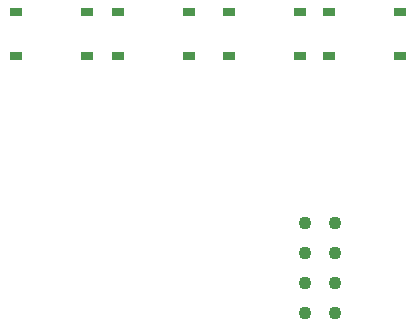
<source format=gtp>
G04 Layer: TopPasteMaskLayer*
G04 EasyEDA v6.5.51, 2025-12-08 14:24:17*
G04 98b1bcbd0d5e4b16acd7f0c7b3cc8b20,5c2208001c9440858be6b933671931b3,10*
G04 Gerber Generator version 0.2*
G04 Scale: 100 percent, Rotated: No, Reflected: No *
G04 Dimensions in millimeters *
G04 leading zeros omitted , absolute positions ,4 integer and 5 decimal *
%FSLAX45Y45*%
%MOMM*%

%ADD10C,1.1000*%
%ADD11R,1.0000X0.7500*%
%ADD12R,0.0193X0.7500*%

%LPD*%
D10*
G01*
X3352393Y1983587D03*
G01*
X3606393Y1983587D03*
G01*
X3606393Y1729587D03*
G01*
X3352393Y1729587D03*
G01*
X3610889Y1475587D03*
G01*
X3356889Y1475587D03*
G01*
X3356889Y1221587D03*
G01*
X3610889Y1221587D03*
D11*
G01*
X1770100Y3766388D03*
G01*
X2370099Y3766388D03*
G01*
X1770100Y3396411D03*
G01*
X2370099Y3396411D03*
G01*
X3560800Y3766388D03*
G01*
X4160799Y3766388D03*
G01*
X3560800Y3396411D03*
G01*
X4160799Y3396411D03*
G01*
X906500Y3766388D03*
G01*
X1506499Y3766388D03*
G01*
X906500Y3396411D03*
G01*
X1506499Y3396411D03*
G01*
X2709900Y3766388D03*
G01*
X3309899Y3766388D03*
G01*
X2709900Y3396411D03*
G01*
X3309899Y3396411D03*
M02*

</source>
